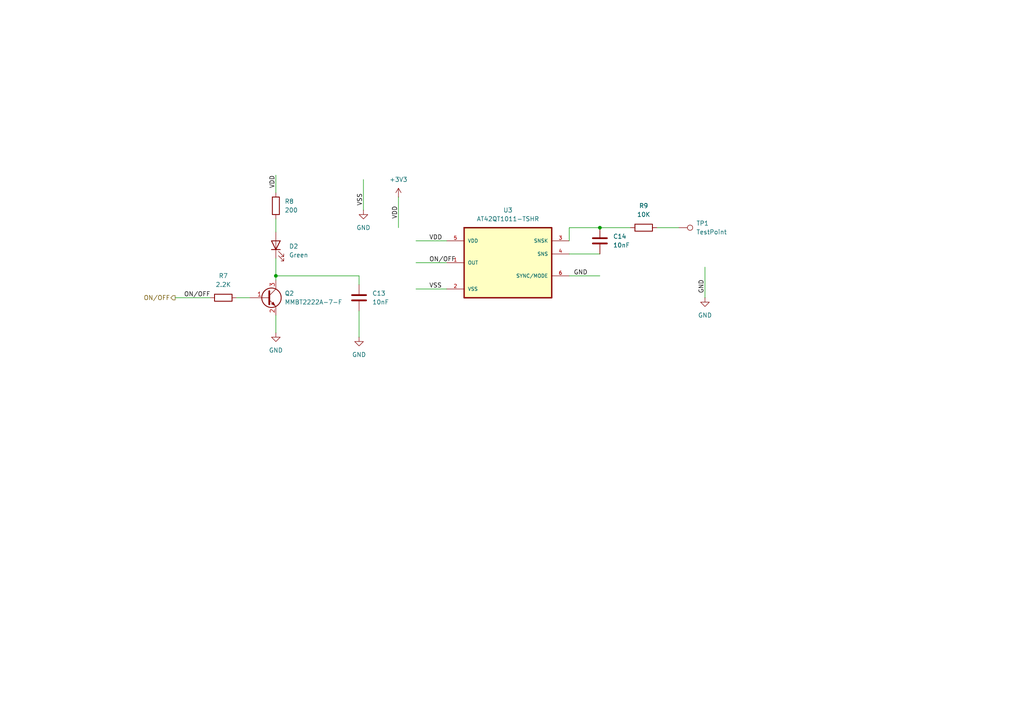
<source format=kicad_sch>
(kicad_sch (version 20231120) (generator "eeschema") (generator_version "8.0")
  (paper "A4")
  (lib_symbols
    (symbol "Connector:TestPoint" (pin_numbers hide) (pin_names (offset 0.762) hide)
      (property "Reference" "TP" (at 0 6.858 0))
      (property "Value" "TestPoint" (at 0 5.08 0))
      (symbol "TestPoint_0_1"
        (circle (center 0 3.302) (radius 0.762))
      )
      (symbol "TestPoint_1_1"
        (pin passive line (at 0 0 90) (length 2.54) (name "1") (number "1"))
      )
    )
    (symbol "Device:C" (pin_numbers hide) (pin_names (offset 0.254))
      (property "Reference" "C" (at 0.635 2.54 0))
      (property "Value" "C" (at 0.635 -2.54 0))
      (symbol "C_0_1"
        (polyline (pts (xy -2.032 -0.762) (xy 2.032 -0.762)) (stroke (width 0.508)))
        (polyline (pts (xy -2.032 0.762) (xy 2.032 0.762)) (stroke (width 0.508)))
      )
      (symbol "C_1_1"
        (pin passive line (at 0 3.81 270) (length 2.794) (name "~") (number "1"))
        (pin passive line (at 0 -3.81 90) (length 2.794) (name "~") (number "2"))
      )
    )
    (symbol "Device:LED" (pin_numbers hide) (pin_names (offset 1.016) hide)
      (property "Reference" "D" (at 0 2.54 0))
      (property "Value" "LED" (at 0 -2.54 0))
      (symbol "LED_0_1"
        (polyline (pts (xy -1.27 -1.27) (xy -1.27 1.27)) (stroke (width 0.254)))
        (polyline (pts (xy -1.27 0) (xy 1.27 0)))
        (polyline (pts (xy 1.27 -1.27) (xy 1.27 1.27) (xy -1.27 0) (xy 1.27 -1.27)) (stroke (width 0.254)))
        (polyline (pts (xy -3.048 -0.762) (xy -4.572 -2.286) (xy -3.81 -2.286) (xy -4.572 -2.286) (xy -4.572 -1.524)))
        (polyline (pts (xy -1.778 -0.762) (xy -3.302 -2.286) (xy -2.54 -2.286) (xy -3.302 -2.286) (xy -3.302 -1.524)))
      )
      (symbol "LED_1_1"
        (pin passive line (at -3.81 0 0) (length 2.54) (name "K") (number "1"))
        (pin passive line (at 3.81 0 180) (length 2.54) (name "A") (number "2"))
      )
    )
    (symbol "Device:R" (pin_numbers hide) (pin_names (offset 0))
      (property "Reference" "R" (at 2.032 0 90))
      (property "Value" "R" (at 0 0 90))
      (symbol "R_0_1"
        (rectangle (start -1.016 -2.54) (end 1.016 2.54) (stroke (width 0.254)))
      )
      (symbol "R_1_1"
        (pin passive line (at 0 3.81 270) (length 1.27) (name "~") (number "1"))
        (pin passive line (at 0 -3.81 90) (length 1.27) (name "~") (number "2"))
      )
    )
    (symbol "Transistor_BJT:MMBT5550L" (pin_names (offset 0) hide)
      (property "Reference" "Q" (at 5.08 1.905 0))
      (property "Value" "MMBT5550L" (at 5.08 0 0))
      (symbol "MMBT5550L_0_1"
        (polyline (pts (xy 0.635 0.635) (xy 2.54 2.54)))
        (polyline (pts (xy 0.635 -0.635) (xy 2.54 -2.54) (xy 2.54 -2.54)))
        (polyline (pts (xy 0.635 1.905) (xy 0.635 -1.905) (xy 0.635 -1.905)) (stroke (width 0.508)))
        (polyline (pts (xy 1.27 -1.778) (xy 1.778 -1.27) (xy 2.286 -2.286) (xy 1.27 -1.778) (xy 1.27 -1.778)) (fill (type outline)))
        (circle (center 1.27 0) (radius 2.8194) (stroke (width 0.254)))
      )
      (symbol "MMBT5550L_1_1"
        (pin input line (at -5.08 0 0) (length 5.715) (name "B") (number "1"))
        (pin passive line (at 2.54 -5.08 90) (length 2.54) (name "E") (number "2"))
        (pin passive line (at 2.54 5.08 270) (length 2.54) (name "C") (number "3"))
      )
    )
    (symbol "digi_clock_sym:AT42QT1011-TSHR" (pin_names (offset 1.016))
      (property "Reference" "U" (at -12.7 11.43 0))
      (property "Value" "AT42QT1011-TSHR" (at -12.7 -11.43 0))
      (symbol "AT42QT1011-TSHR_0_0"
        (rectangle (start -12.7 -10.16) (end 12.7 10.16) (stroke (width 0.4064)) (fill (type background)))
        (pin output line (at -17.78 0 0) (length 5.08) (name "OUT") (number "1"))
        (pin power_in line (at -17.78 -7.62 0) (length 5.08) (name "VSS") (number "2"))
        (pin bidirectional line (at 17.78 6.35 180) (length 5.08) (name "SNSK") (number "3"))
        (pin bidirectional line (at 17.78 2.54 180) (length 5.08) (name "SNS") (number "4"))
        (pin power_in line (at -17.78 6.35 0) (length 5.08) (name "VDD") (number "5"))
        (pin input line (at 17.78 -3.81 180) (length 5.08) (name "SYNC/MODE") (number "6"))
      )
    )
    (symbol "power:+3V3" (power) (pin_numbers hide) (pin_names (offset 0) hide)
      (property "Value" "+3V3" (at 0 3.556 0))
      (symbol "+3V3_0_1"
        (polyline (pts (xy -0.762 1.27) (xy 0 2.54)))
        (polyline (pts (xy 0 0) (xy 0 2.54)))
        (polyline (pts (xy 0 2.54) (xy 0.762 1.27)))
      )
      (symbol "+3V3_1_1"
        (pin power_in line (at 0 0 90) (length 0) (name "~") (number "1"))
      )
    )
    (symbol "power:GND" (power) (pin_numbers hide) (pin_names (offset 0) hide)
      (property "Value" "GND" (at 0 -3.81 0))
      (symbol "GND_0_1"
        (polyline (pts (xy 0 0) (xy 0 -1.27) (xy 1.27 -1.27) (xy 0 -2.54) (xy -1.27 -1.27) (xy 0 -1.27)))
      )
      (symbol "GND_1_1"
        (pin power_in line (at 0 0 270) (length 0) (name "~") (number "1"))
      )
    )
  )
  (junction (at 173.99 66.04))
  (junction (at 80.01 80.01))
  (wire (pts (xy 80.01 80.01) (xy 104.14 80.01)))
  (wire (pts (xy 80.01 50.8) (xy 80.01 55.88)))
  (wire (pts (xy 120.65 83.82) (xy 129.54 83.82)))
  (wire (pts (xy 80.01 91.44) (xy 80.01 96.52)))
  (wire (pts (xy 80.01 63.5) (xy 80.01 67.31)))
  (wire (pts (xy 68.58 86.36) (xy 72.39 86.36)))
  (wire (pts (xy 190.5 66.04) (xy 196.85 66.04)))
  (wire (pts (xy 115.57 57.15) (xy 115.57 66.04)))
  (wire (pts (xy 204.47 77.47) (xy 204.47 86.36)))
  (wire (pts (xy 173.99 66.04) (xy 182.88 66.04)))
  (wire (pts (xy 104.14 90.17) (xy 104.14 97.79)))
  (wire (pts (xy 80.01 74.93) (xy 80.01 80.01)))
  (wire (pts (xy 120.65 76.2) (xy 129.54 76.2)))
  (wire (pts (xy 120.65 69.85) (xy 129.54 69.85)))
  (wire (pts (xy 165.1 80.01) (xy 173.99 80.01)))
  (wire (pts (xy 50.8 86.36) (xy 60.96 86.36)))
  (wire (pts (xy 165.1 66.04) (xy 173.99 66.04)))
  (wire (pts (xy 165.1 73.66) (xy 173.99 73.66)))
  (wire (pts (xy 80.01 80.01) (xy 80.01 81.28)))
  (wire (pts (xy 104.14 80.01) (xy 104.14 82.55)))
  (wire (pts (xy 105.41 52.07) (xy 105.41 60.96)))
  (wire (pts (xy 165.1 69.85) (xy 165.1 66.04)))
  (label "ON{slash}OFF" (at 53.34 86.36 0))
  (label "VSS" (at 105.41 59.69 90))
  (label "VDD" (at 115.57 63.5 90))
  (label "VDD" (at 80.01 54.61 90))
  (label "VSS" (at 124.46 83.82 0))
  (label "GND" (at 204.47 85.09 90))
  (label "GND" (at 166.37 80.01 0))
  (label "VDD" (at 124.46 69.85 0))
  (label "ON{slash}OFF" (at 124.46 76.2 0))
  (hierarchical_label "ON{slash}OFF" (shape output) (at 50.8 86.36 180))
  (symbol (lib_id "Device:R") (at 186.69 66.04 90) (unit 1)
    (property "Reference" "R9" (at 186.69 59.69 90))
    (property "Value" "10K" (at 186.69 62.23 90))
    (property "Footprint" "Library:0603-NO" (effects (hide yes)))
    (property "Datasheet" "https://www.seielect.com/catalog/sei-rncp.pdf" (effects (hide yes)))
    (property "Description" "10 kOhms ±1% 0.125W, 1/8W Chip Resistor 0603 (1608 Metric) Anti-Sulfur Thin Film" (effects (hide yes)))
    (property "Mfr" "Stackpole Electronics Inc" (effects (hide yes)))
    (property "Mfr P/N" "RNCP0603FTD10K0" (effects (hide yes)))
    (property "Supplier_1" "Digikey" (effects (hide yes)))
    (property "Supplier_1 P/N" "RNCP0603FTD10K0CT-ND" (effects (hide yes)))
    (property "Supplier_1 Unit Price" "0.10" (effects (hide yes)))
    (property "Supplier_1 Price @ Qty" "0.0170" (effects (hide yes)))
    (property "Supplier 1 P/N" "RNCP0603FTD10K0CT-ND" (effects (hide yes)))
    (property "Supplier 1 Price @ Qty" "0.10" (effects (hide yes)))
    (property "Supplier 1 Unit Price" "0.10" (effects (hide yes)))
  )
  (symbol (lib_id "power:GND") (at 104.14 97.79 0) (unit 1)
    (property "Reference" "#PWR029" (effects (hide yes)))
    (property "Value" "GND" (at 104.14 102.87 0))
    (property "Description" "Power symbol creates a global label with name \"GND\" , ground" (effects (hide yes)))
  )
  (symbol (lib_id "Device:LED") (at 80.01 71.12 90) (unit 1)
    (property "Reference" "D2" (at 83.82 71.4374 90) (effects (justify right)))
    (property "Value" "Green" (at 83.82 73.9774 90) (effects (justify right)))
    (property "Footprint" "Library:0603-NO" (effects (hide yes)))
    (property "Datasheet" "https://www.we-online.com/components/products/datasheet/150060VS75000.pdf" (effects (hide yes)))
    (property "Description" "LED GREEN CLEAR 0603 SMD" (effects (hide yes)))
    (property "Mfr" "Würth Elektronik" (effects (hide yes)))
    (property "Mfr P/N" "150060VS75000" (effects (hide yes)))
    (property "Supplier 1" "Digikey" (effects (hide yes)))
    (property "Supplier 1 P/N" "732-4980-2-ND" (effects (hide yes)))
    (property "Supplier 1 Unit Price" "0.15000" (effects (hide yes)))
    (property "Supplier 1 Price @ Qty" "0.15000" (effects (hide yes)))
    (property "Supplier_1 P/N" "732-4980-2-ND" (effects (hide yes)))
    (property "Supplier_1 Price @ Qty" "0.15000" (effects (hide yes)))
    (property "Supplier_1 Unit Price" "0.15000" (effects (hide yes)))
  )
  (symbol (lib_id "digi_clock_sym:AT42QT1011-TSHR") (at 147.32 76.2 0) (unit 1)
    (property "Reference" "U3" (at 147.32 60.96 0))
    (property "Value" "AT42QT1011-TSHR" (at 147.32 63.5 0))
    (property "Footprint" "Library:SOT95P280X145-6N" (effects (hide yes)))
    (property "Datasheet" "https://ww1.microchip.com/downloads/en/DeviceDoc/40001947A.pdf" (effects (hide yes)))
    (property "PARTREV" "B" (effects (hide yes)))
    (property "MANUFACTURER" "Microchip Technology" (effects (hide yes)))
    (property "MAXIMUM_PACKAGE_HEIGHT" "1.45 mm" (effects (hide yes)))
    (property "STANDARD" "IPC 7351B" (effects (hide yes)))
    (property "Mfr" "Microchip Technology" (effects (hide yes)))
    (property "Mfr P/N" "AT42QT1011-TSHR" (effects (hide yes)))
    (property "Supplier 1" "Digikey" (effects (hide yes)))
    (property "Supplier 1 P/N" "AT42QT1011-TSHRCT-ND" (effects (hide yes)))
    (property "Supplier 1 Unit Price" "0.77000" (effects (hide yes)))
    (property "Supplier 1 Price @ Qty" "0.77000" (effects (hide yes)))
  )
  (symbol (lib_id "Connector:TestPoint") (at 196.85 66.04 270) (unit 1)
    (property "Reference" "TP1" (at 201.93 64.7699 90) (effects (justify left)))
    (property "Value" "TestPoint" (at 201.93 67.3099 90) (effects (justify left)))
    (property "Footprint" "TestPoint:TestPoint_THTPad_1.0x1.0mm_Drill0.5mm" (effects (hide yes)))
    (property "Description" "test point" (effects (hide yes)))
  )
  (symbol (lib_id "Device:R") (at 80.01 59.69 0) (unit 1)
    (property "Reference" "R8" (at 82.55 58.4199 0) (effects (justify left)))
    (property "Value" "200" (at 82.55 60.9599 0) (effects (justify left)))
    (property "Footprint" "Library:0603-NO" (effects (hide yes)))
    (property "Datasheet" "https://www.bourns.com/docs/product-datasheets/cr.pdf?sfvrsn=574d41f6_14" (effects (hide yes)))
    (property "Description" "RES SMD 200 OHM 1% 1/10W 0603" (effects (hide yes)))
    (property "Mfr" "Bourns Inc." (effects (hide yes)))
    (property "Mfr P/N" "CR0603-FX-2000ELF " (effects (hide yes)))
    (property "Supplier 1" "Digikey" (effects (hide yes)))
    (property "Supplier 1 P/N" "118-CR0603-FX-2000ELFTR-ND" (effects (hide yes)))
    (property "Supplier 1 Unit Price" "0.10000" (effects (hide yes)))
    (property "Supplier 1 Price @ Qty" "0.10000" (effects (hide yes)))
    (property "Supplier_1 P/N" "118-CR0603-FX-2000ELFTR-ND" (effects (hide yes)))
    (property "Supplier_1 Price @ Qty" "0.10000" (effects (hide yes)))
    (property "Supplier_1 Unit Price" "0.10000" (effects (hide yes)))
  )
  (symbol (lib_id "Device:C") (at 173.99 69.85 0) (unit 1)
    (property "Reference" "C14" (at 177.8 68.5799 0) (effects (justify left)))
    (property "Value" "10nF" (at 177.8 71.1199 0) (effects (justify left)))
    (property "Footprint" "Library:0603-NO" (effects (hide yes)))
    (property "Datasheet" "https://content.kemet.com/datasheets/KEM_C1090_X7R_ESD.pdf" (effects (hide yes)))
    (property "Description" "10000 pF ±10% 25V Ceramic Capacitor X7R 0402 (1005 Metric)" (effects (hide yes)))
    (property "Mfr" "KEMET" (effects (hide yes)))
    (property "Mfr P/N" "C0402C103K3REC7411" (effects (hide yes)))
    (property "Supplier 1" "Digikey" (effects (hide yes)))
    (property "Supplier 1 P/N" "399-C0402C103K3REC7411TR-ND" (effects (hide yes)))
    (property "Supplier 1 Unit Price" "0.10000" (effects (hide yes)))
    (property "Supplier 1 Price @ Qty" "0.10000" (effects (hide yes)))
    (property "Supplier_1 P/N" "399-C0402C103K3REC7411TR-ND" (effects (hide yes)))
    (property "Supplier_1 Price @ Qty" "0.10000" (effects (hide yes)))
    (property "Supplier_1 Unit Price" "0.10000" (effects (hide yes)))
  )
  (symbol (lib_id "power:+3V3") (at 115.57 57.15 0) (unit 1)
    (property "Reference" "#PWR031" (effects (hide yes)))
    (property "Value" "+3V3" (at 115.57 52.07 0))
    (property "Description" "Power symbol creates a global label with name \"+3V3\"" (effects (hide yes)))
  )
  (symbol (lib_id "Transistor_BJT:MMBT5550L") (at 77.47 86.36 0) (unit 1)
    (property "Reference" "Q2" (at 82.55 85.0899 0) (effects (justify left)))
    (property "Value" "MMBT2222A-7-F" (at 82.55 87.6299 0) (effects (justify left)))
    (property "Footprint" "Package_TO_SOT_SMD:SOT-23" (effects (hide yes)))
    (property "Datasheet" "https://www.diodes.com/assets/Datasheets/ds30041.pdf" (effects (hide yes)))
    (property "Description" "TRANS NPN 40V 0.6A SOT23-3" (effects (hide yes)))
    (property "Mfr" "Diodes Incorporated" (effects (hide yes)))
    (property "Mfr P/N" "MMBT2222A-7-F" (effects (hide yes)))
    (property "Supplier 1" "Digikey" (effects (hide yes)))
    (property "Supplier 1 P/N" "MMBT2222A-FDITR-ND" (effects (hide yes)))
    (property "Supplier 1 Unit Price" "0.10000" (effects (hide yes)))
    (property "Supplier 1 Price @ Qty" "0.10000" (effects (hide yes)))
    (property "Supplier_1 P/N" "MMBT2222A-FDITR-ND" (effects (hide yes)))
    (property "Supplier_1 Price @ Qty" "0.10000" (effects (hide yes)))
    (property "Supplier_1 Unit Price" "0.10000" (effects (hide yes)))
  )
  (symbol (lib_id "power:GND") (at 204.47 86.36 0) (unit 1)
    (property "Reference" "#PWR032" (effects (hide yes)))
    (property "Value" "GND" (at 204.47 91.44 0))
    (property "Description" "Power symbol creates a global label with name \"GND\" , ground" (effects (hide yes)))
  )
  (symbol (lib_id "Device:C") (at 104.14 86.36 0) (unit 1)
    (property "Reference" "C13" (at 107.95 85.0899 0) (effects (justify left)))
    (property "Value" "10nF" (at 107.95 87.6299 0) (effects (justify left)))
    (property "Footprint" "Library:0603-NO" (effects (hide yes)))
    (property "Datasheet" "https://content.kemet.com/datasheets/KEM_C1090_X7R_ESD.pdf" (effects (hide yes)))
    (property "Description" "10000 pF ±10% 25V Ceramic Capacitor X7R 0402 (1005 Metric)" (effects (hide yes)))
    (property "Mfr" "KEMET" (effects (hide yes)))
    (property "Mfr P/N" "C0402C103K3REC7411" (effects (hide yes)))
    (property "Supplier 1" "Digikey" (effects (hide yes)))
    (property "Supplier 1 P/N" "399-C0402C103K3REC7411TR-ND" (effects (hide yes)))
    (property "Supplier 1 Unit Price" "0.10000" (effects (hide yes)))
    (property "Supplier 1 Price @ Qty" "0.10000" (effects (hide yes)))
    (property "Supplier_1 P/N" "399-C0402C103K3REC7411TR-ND" (effects (hide yes)))
    (property "Supplier_1 Price @ Qty" "0.10000" (effects (hide yes)))
    (property "Supplier_1 Unit Price" "0.10000" (effects (hide yes)))
  )
  (symbol (lib_id "power:GND") (at 80.01 96.52 0) (unit 1)
    (property "Reference" "#PWR028" (effects (hide yes)))
    (property "Value" "GND" (at 80.01 101.6 0))
    (property "Description" "Power symbol creates a global label with name \"GND\" , ground" (effects (hide yes)))
  )
  (symbol (lib_id "power:GND") (at 105.41 60.96 0) (unit 1)
    (property "Reference" "#PWR030" (effects (hide yes)))
    (property "Value" "GND" (at 105.41 66.04 0))
    (property "Description" "Power symbol creates a global label with name \"GND\" , ground" (effects (hide yes)))
  )
  (symbol (lib_id "Device:R") (at 64.77 86.36 90) (unit 1)
    (property "Reference" "R7" (at 64.77 80.01 90))
    (property "Value" "2.2K" (at 64.77 82.55 90))
    (property "Footprint" "Library:0603-NO" (effects (hide yes)))
    (property "Datasheet" "https://www.te.com/usa-en/product-1-2176177-5.datasheet.pdf" (effects (hide yes)))
    (property "Description" "2.2 kOhms ±1% 0.2W, 1/5W Chip Resistor 0603 (1608 Metric) Automotive AEC-Q200 Thick Film" (effects (hide yes)))
    (property "Mfr" "TE Connectivity Passive Product" (effects (hide yes)))
    (property "Mfr P/N" "CRGH0603F2K2" (effects (hide yes)))
    (property "Supplier_1" "Digikey" (effects (hide yes)))
    (property "Supplier_1 P/N" "A129540CT-ND" (effects (hide yes)))
    (property "Supplier_1 Unit Price" "0.10" (effects (hide yes)))
    (property "Supplier_1 Price @ Qty" "0.01470" (effects (hide yes)))
    (property "Supplier 1 P/N" "A129540CT-ND" (effects (hide yes)))
    (property "Supplier 1 Unit Price" "0.10" (effects (hide yes)))
    (property "Supplier 1 Price @ Qty" "0.10" (effects (hide yes)))
  )
)
</source>
